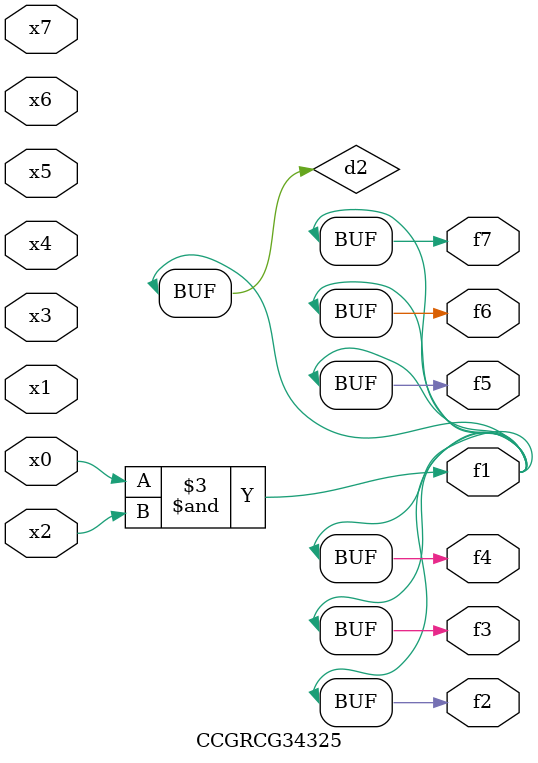
<source format=v>
module CCGRCG34325(
	input x0, x1, x2, x3, x4, x5, x6, x7,
	output f1, f2, f3, f4, f5, f6, f7
);

	wire d1, d2;

	nor (d1, x3, x6);
	and (d2, x0, x2);
	assign f1 = d2;
	assign f2 = d2;
	assign f3 = d2;
	assign f4 = d2;
	assign f5 = d2;
	assign f6 = d2;
	assign f7 = d2;
endmodule

</source>
